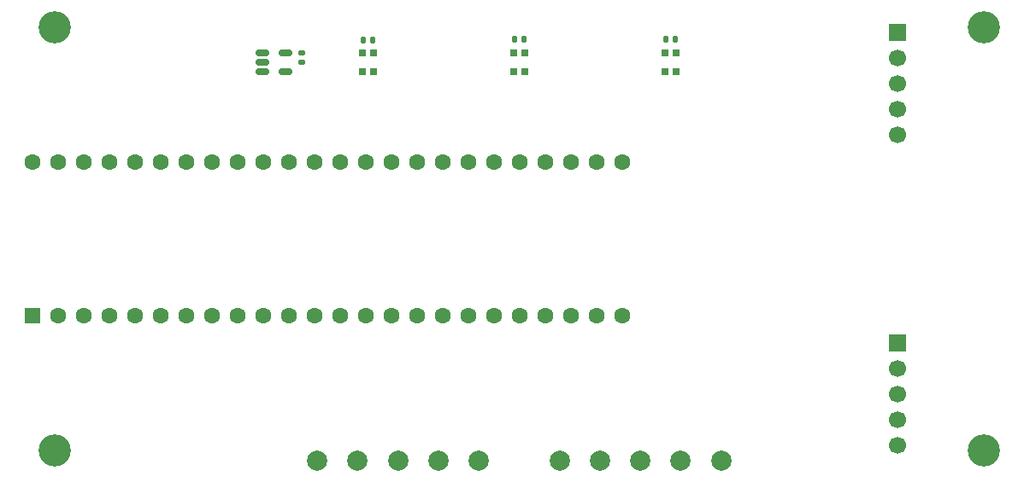
<source format=gts>
G04 #@! TF.GenerationSoftware,KiCad,Pcbnew,9.0.4-9.0.4-0~ubuntu22.04.1*
G04 #@! TF.CreationDate,2025-10-13T12:48:48-07:00*
G04 #@! TF.ProjectId,test_arena,74657374-5f61-4726-956e-612e6b696361,rev?*
G04 #@! TF.SameCoordinates,Original*
G04 #@! TF.FileFunction,Soldermask,Top*
G04 #@! TF.FilePolarity,Negative*
%FSLAX46Y46*%
G04 Gerber Fmt 4.6, Leading zero omitted, Abs format (unit mm)*
G04 Created by KiCad (PCBNEW 9.0.4-9.0.4-0~ubuntu22.04.1) date 2025-10-13 12:48:48*
%MOMM*%
%LPD*%
G01*
G04 APERTURE LIST*
G04 Aperture macros list*
%AMRoundRect*
0 Rectangle with rounded corners*
0 $1 Rounding radius*
0 $2 $3 $4 $5 $6 $7 $8 $9 X,Y pos of 4 corners*
0 Add a 4 corners polygon primitive as box body*
4,1,4,$2,$3,$4,$5,$6,$7,$8,$9,$2,$3,0*
0 Add four circle primitives for the rounded corners*
1,1,$1+$1,$2,$3*
1,1,$1+$1,$4,$5*
1,1,$1+$1,$6,$7*
1,1,$1+$1,$8,$9*
0 Add four rect primitives between the rounded corners*
20,1,$1+$1,$2,$3,$4,$5,0*
20,1,$1+$1,$4,$5,$6,$7,0*
20,1,$1+$1,$6,$7,$8,$9,0*
20,1,$1+$1,$8,$9,$2,$3,0*%
G04 Aperture macros list end*
%ADD10C,2.000000*%
%ADD11RoundRect,0.140000X-0.140000X-0.170000X0.140000X-0.170000X0.140000X0.170000X-0.140000X0.170000X0*%
%ADD12RoundRect,0.150000X-0.512500X-0.150000X0.512500X-0.150000X0.512500X0.150000X-0.512500X0.150000X0*%
%ADD13R,1.700000X1.700000*%
%ADD14C,1.700000*%
%ADD15RoundRect,0.140000X-0.170000X0.140000X-0.170000X-0.140000X0.170000X-0.140000X0.170000X0.140000X0*%
%ADD16C,3.200000*%
%ADD17R,0.700000X0.700000*%
%ADD18R,1.600000X1.600000*%
%ADD19C,1.600000*%
G04 APERTURE END LIST*
D10*
G04 #@! TO.C,TP6*
X104000000Y-97000000D03*
G04 #@! TD*
D11*
G04 #@! TO.C,C3*
X114520000Y-55240000D03*
X115480000Y-55240000D03*
G04 #@! TD*
D10*
G04 #@! TO.C,TP9*
X116000000Y-97000000D03*
G04 #@! TD*
G04 #@! TO.C,TP2*
X84000000Y-97000000D03*
G04 #@! TD*
D12*
G04 #@! TO.C,U2*
X74565000Y-56540000D03*
X74565000Y-57490000D03*
X74565000Y-58440000D03*
X76840000Y-58440000D03*
X76840000Y-56540000D03*
G04 #@! TD*
D10*
G04 #@! TO.C,TP1*
X80000000Y-97000000D03*
G04 #@! TD*
G04 #@! TO.C,TP10*
X120000000Y-97000000D03*
G04 #@! TD*
D13*
G04 #@! TO.C,J1*
X137500000Y-54520000D03*
D14*
X137500000Y-57060000D03*
X137500000Y-59600000D03*
X137500000Y-62140000D03*
X137500000Y-64680000D03*
G04 #@! TD*
D15*
G04 #@! TO.C,C4*
X78450000Y-56540000D03*
X78450000Y-57500000D03*
G04 #@! TD*
D10*
G04 #@! TO.C,TP4*
X92000000Y-97000000D03*
G04 #@! TD*
D16*
G04 #@! TO.C,H2*
X54000000Y-96000000D03*
G04 #@! TD*
D10*
G04 #@! TO.C,TP7*
X108000000Y-97000000D03*
G04 #@! TD*
D17*
G04 #@! TO.C,D2*
X99500000Y-58400000D03*
X100600000Y-58400000D03*
X100600000Y-56570000D03*
X99500000Y-56570000D03*
G04 #@! TD*
D11*
G04 #@! TO.C,C2*
X99520000Y-55210000D03*
X100480000Y-55210000D03*
G04 #@! TD*
D10*
G04 #@! TO.C,TP8*
X112000000Y-97000000D03*
G04 #@! TD*
D18*
G04 #@! TO.C,U1*
X51790000Y-82620000D03*
D19*
X54330000Y-82620000D03*
X56870000Y-82620000D03*
X59410000Y-82620000D03*
X61950000Y-82620000D03*
X64490000Y-82620000D03*
X67030000Y-82620000D03*
X69570000Y-82620000D03*
X72110000Y-82620000D03*
X74650000Y-82620000D03*
X77190000Y-82620000D03*
X79730000Y-82620000D03*
X82270000Y-82620000D03*
X84810000Y-82620000D03*
X87350000Y-82620000D03*
X89890000Y-82620000D03*
X92430000Y-82620000D03*
X94970000Y-82620000D03*
X97510000Y-82620000D03*
X100050000Y-82620000D03*
X102590000Y-82620000D03*
X105130000Y-82620000D03*
X107670000Y-82620000D03*
X110210000Y-82620000D03*
X110210000Y-67380000D03*
X107670000Y-67380000D03*
X105130000Y-67380000D03*
X102590000Y-67380000D03*
X100050000Y-67380000D03*
X97510000Y-67380000D03*
X94970000Y-67380000D03*
X92430000Y-67380000D03*
X89890000Y-67380000D03*
X87350000Y-67380000D03*
X84810000Y-67380000D03*
X82270000Y-67380000D03*
X79730000Y-67380000D03*
X77190000Y-67380000D03*
X74650000Y-67380000D03*
X72110000Y-67380000D03*
X69570000Y-67380000D03*
X67030000Y-67380000D03*
X64490000Y-67380000D03*
X61950000Y-67380000D03*
X59410000Y-67380000D03*
X56870000Y-67380000D03*
X54330000Y-67380000D03*
X51790000Y-67380000D03*
G04 #@! TD*
D17*
G04 #@! TO.C,D1*
X84450000Y-58400000D03*
X85550000Y-58400000D03*
X85550000Y-56570000D03*
X84450000Y-56570000D03*
G04 #@! TD*
D16*
G04 #@! TO.C,H3*
X146000000Y-96000000D03*
G04 #@! TD*
G04 #@! TO.C,H4*
X146000000Y-54000000D03*
G04 #@! TD*
D17*
G04 #@! TO.C,D3*
X114450000Y-58400000D03*
X115550000Y-58400000D03*
X115550000Y-56570000D03*
X114450000Y-56570000D03*
G04 #@! TD*
D16*
G04 #@! TO.C,H1*
X54000000Y-54000000D03*
G04 #@! TD*
D11*
G04 #@! TO.C,C1*
X84520000Y-55260000D03*
X85480000Y-55260000D03*
G04 #@! TD*
D10*
G04 #@! TO.C,TP5*
X96000000Y-97000000D03*
G04 #@! TD*
D13*
G04 #@! TO.C,J2*
X137500000Y-85320000D03*
D14*
X137500000Y-87860000D03*
X137500000Y-90400000D03*
X137500000Y-92940000D03*
X137500000Y-95480000D03*
G04 #@! TD*
D10*
G04 #@! TO.C,TP3*
X88000000Y-97000000D03*
G04 #@! TD*
M02*

</source>
